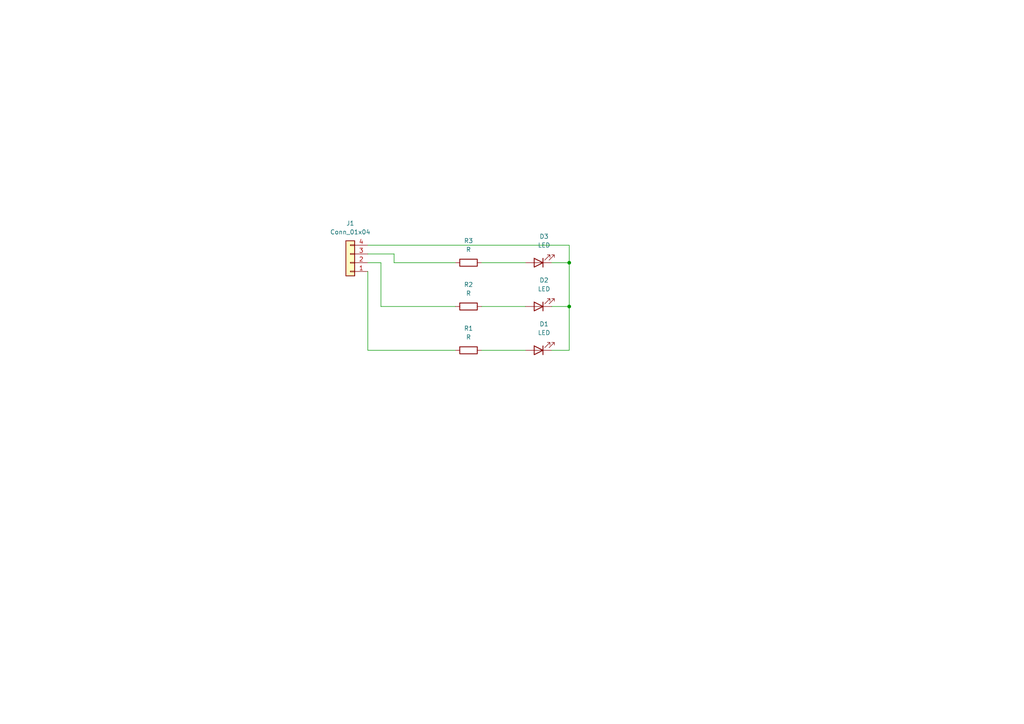
<source format=kicad_sch>
(kicad_sch (version 20230121) (generator eeschema)
  (paper "A4")
  (lib_symbols
    (symbol "Connector_Generic:Conn_01x04" (pin_names (offset 1.016) hide)
      (property "Reference" "J" (at 0 5.08 0))
      (property "Value" "Conn_01x04" (at 0 -7.62 0))
      (symbol "Conn_01x04_1_1"
        (rectangle (start -1.27 -4.953) (end 0 -5.207) (stroke (width 0.1524)))
        (rectangle (start -1.27 -2.413) (end 0 -2.667) (stroke (width 0.1524)))
        (rectangle (start -1.27 0.127) (end 0 -0.127) (stroke (width 0.1524)))
        (rectangle (start -1.27 2.667) (end 0 2.413) (stroke (width 0.1524)))
        (rectangle (start -1.27 3.81) (end 1.27 -6.35) (stroke (width 0.254)) (fill (type background)))
        (pin passive line (at -5.08 2.54 0) (length 3.81) (name "Pin_1") (number "1"))
        (pin passive line (at -5.08 0 0) (length 3.81) (name "Pin_2") (number "2"))
        (pin passive line (at -5.08 -2.54 0) (length 3.81) (name "Pin_3") (number "3"))
        (pin passive line (at -5.08 -5.08 0) (length 3.81) (name "Pin_4") (number "4"))
      )
    )
    (symbol "Device:LED" (pin_numbers hide) (pin_names (offset 1.016) hide)
      (property "Reference" "D" (at 0 2.54 0))
      (property "Value" "LED" (at 0 -2.54 0))
      (symbol "LED_0_1"
        (polyline (pts (xy -1.27 -1.27) (xy -1.27 1.27)) (stroke (width 0.254)))
        (polyline (pts (xy -1.27 0) (xy 1.27 0)))
        (polyline (pts (xy 1.27 -1.27) (xy 1.27 1.27) (xy -1.27 0) (xy 1.27 -1.27)) (stroke (width 0.254)))
        (polyline (pts (xy -3.048 -0.762) (xy -4.572 -2.286) (xy -3.81 -2.286) (xy -4.572 -2.286) (xy -4.572 -1.524)))
        (polyline (pts (xy -1.778 -0.762) (xy -3.302 -2.286) (xy -2.54 -2.286) (xy -3.302 -2.286) (xy -3.302 -1.524)))
      )
      (symbol "LED_1_1"
        (pin passive line (at -3.81 0 0) (length 2.54) (name "K") (number "1"))
        (pin passive line (at 3.81 0 180) (length 2.54) (name "A") (number "2"))
      )
    )
    (symbol "Device:R" (pin_numbers hide) (pin_names (offset 0))
      (property "Reference" "R" (at 2.032 0 90))
      (property "Value" "R" (at 0 0 90))
      (symbol "R_0_1"
        (rectangle (start -1.016 -2.54) (end 1.016 2.54) (stroke (width 0.254)))
      )
      (symbol "R_1_1"
        (pin passive line (at 0 3.81 270) (length 1.27) (name "~") (number "1"))
        (pin passive line (at 0 -3.81 90) (length 1.27) (name "~") (number "2"))
      )
    )
  )
  (junction (at 165.1 76.2))
  (junction (at 165.1 88.9))
  (wire (pts (xy 160.02 76.2) (xy 165.1 76.2)))
  (wire (pts (xy 139.7 88.9) (xy 152.4 88.9)))
  (wire (pts (xy 165.1 88.9) (xy 165.1 101.6)))
  (wire (pts (xy 160.02 88.9) (xy 165.1 88.9)))
  (wire (pts (xy 114.3 76.2) (xy 132.08 76.2)))
  (wire (pts (xy 114.3 73.66) (xy 114.3 76.2)))
  (wire (pts (xy 139.7 76.2) (xy 152.4 76.2)))
  (wire (pts (xy 139.7 101.6) (xy 152.4 101.6)))
  (wire (pts (xy 165.1 76.2) (xy 165.1 88.9)))
  (wire (pts (xy 106.68 76.2) (xy 110.49 76.2)))
  (wire (pts (xy 110.49 88.9) (xy 132.08 88.9)))
  (wire (pts (xy 106.68 78.74) (xy 106.68 101.6)))
  (wire (pts (xy 110.49 76.2) (xy 110.49 88.9)))
  (wire (pts (xy 106.68 73.66) (xy 114.3 73.66)))
  (wire (pts (xy 106.68 71.12) (xy 165.1 71.12)))
  (wire (pts (xy 165.1 71.12) (xy 165.1 76.2)))
  (wire (pts (xy 160.02 101.6) (xy 165.1 101.6)))
  (wire (pts (xy 106.68 101.6) (xy 132.08 101.6)))
  (symbol (lib_id "Device:LED") (at 156.21 101.6 180) (unit 1)
    (property "Reference" "D1" (at 157.7975 93.98 0))
    (property "Value" "LED" (at 157.7975 96.52 0))
    (property "Footprint" "LED_THT:LED_D3.0mm_Clear" (effects hide))
  )
  (symbol (lib_id "Device:LED") (at 156.21 88.9 180) (unit 1)
    (property "Reference" "D2" (at 157.7975 81.28 0))
    (property "Value" "LED" (at 157.7975 83.82 0))
    (property "Footprint" "LED_THT:LED_D3.0mm_Clear" (effects hide))
  )
  (symbol (lib_id "Device:R") (at 135.89 76.2 90) (unit 1)
    (property "Reference" "R3" (at 135.89 69.85 90))
    (property "Value" "R" (at 135.89 72.39 90))
    (property "Footprint" "Resistor_THT:R_Axial_DIN0309_L9.0mm_D3.2mm_P5.08mm_Vertical" (effects hide))
  )
  (symbol (lib_id "Device:LED") (at 156.21 76.2 180) (unit 1)
    (property "Reference" "D3" (at 157.7975 68.58 0))
    (property "Value" "LED" (at 157.7975 71.12 0))
    (property "Footprint" "LED_THT:LED_D3.0mm_Clear" (effects hide))
  )
  (symbol (lib_id "Connector_Generic:Conn_01x04") (at 101.6 76.2 180) (unit 1)
    (property "Reference" "J1" (at 101.6 64.77 0))
    (property "Value" "Conn_01x04" (at 101.6 67.31 0))
    (property "Footprint" "Connector_PinSocket_2.00mm:PinSocket_1x04_P2.00mm_Horizontal" (effects hide))
  )
  (symbol (lib_id "Device:R") (at 135.89 88.9 90) (unit 1)
    (property "Reference" "R2" (at 135.89 82.55 90))
    (property "Value" "R" (at 135.89 85.09 90))
    (property "Footprint" "Resistor_THT:R_Axial_DIN0309_L9.0mm_D3.2mm_P5.08mm_Vertical" (effects hide))
  )
  (symbol (lib_id "Device:R") (at 135.89 101.6 90) (unit 1)
    (property "Reference" "R1" (at 135.89 95.25 90))
    (property "Value" "R" (at 135.89 97.79 90))
    (property "Footprint" "Resistor_THT:R_Axial_DIN0309_L9.0mm_D3.2mm_P5.08mm_Vertical" (effects hide))
  )
)
</source>
